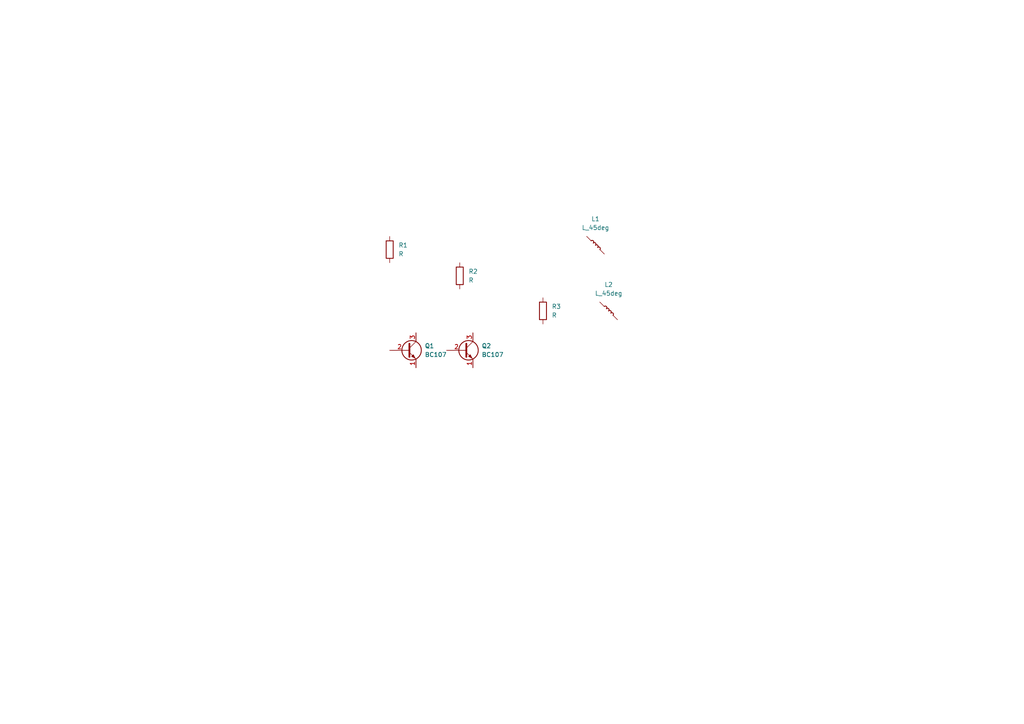
<source format=kicad_sch>
(kicad_sch (version 20231120) (generator "eeschema") (generator_version "8.0")
  (paper "A4")
  (lib_symbols
    (symbol "Device:L_45deg" (pin_numbers hide) (pin_names (offset 0))
      (property "Reference" "L" (at 5.08 2.54 0))
      (property "Value" "L_45deg" (at 8.255 0.635 0))
      (symbol "L_45deg_0_1"
        (polyline (pts (xy -1.27 1.27) (xy -2.54 2.54)))
        (polyline (pts (xy 2.54 -2.54) (xy 1.27 -1.27)))
      )
      (symbol "L_45deg_1_1"
        (arc (start -0.635 0.635) (mid -0.6462 1.2588) (end -1.27 1.27) (stroke (width 0.254)))
        (arc (start 0 0) (mid -0.0062 0.6288) (end -0.635 0.635) (stroke (width 0.254)))
        (arc (start 0.635 -0.635) (mid 0.6256 -0.0094) (end 0 0) (stroke (width 0.254)))
        (arc (start 1.27 -1.27) (mid 1.265 -0.6449) (end 0.635 -0.635) (stroke (width 0.254)))
        (pin passive line (at 2.54 -2.54 180) (length 0) (name "~") (number "1"))
        (pin passive line (at -2.54 2.54 0) (length 0) (name "~") (number "2"))
      )
    )
    (symbol "Device:R" (pin_numbers hide) (pin_names (offset 0))
      (property "Reference" "R" (at 2.032 0 90))
      (property "Value" "R" (at 0 0 90))
      (symbol "R_0_1"
        (rectangle (start -1.016 -2.54) (end 1.016 2.54) (stroke (width 0.254)))
      )
      (symbol "R_1_1"
        (pin passive line (at 0 3.81 270) (length 1.27) (name "~") (number "1"))
        (pin passive line (at 0 -3.81 90) (length 1.27) (name "~") (number "2"))
      )
    )
    (symbol "Transistor_BJT:BC107" (pin_names (offset 0) hide)
      (property "Reference" "Q" (at 5.08 1.905 0))
      (property "Value" "BC107" (at 5.08 0 0))
      (symbol "BC107_0_1"
        (polyline (pts (xy 0.635 0.635) (xy 2.54 2.54)))
        (polyline (pts (xy 0.635 -0.635) (xy 2.54 -2.54) (xy 2.54 -2.54)))
        (polyline (pts (xy 0.635 1.905) (xy 0.635 -1.905) (xy 0.635 -1.905)) (stroke (width 0.508)))
        (polyline (pts (xy 1.27 -1.778) (xy 1.778 -1.27) (xy 2.286 -2.286) (xy 1.27 -1.778) (xy 1.27 -1.778)) (fill (type outline)))
        (circle (center 1.27 0) (radius 2.8194) (stroke (width 0.254)))
      )
      (symbol "BC107_1_1"
        (pin passive line (at 2.54 -5.08 90) (length 2.54) (name "E") (number "1"))
        (pin input line (at -5.08 0 0) (length 5.715) (name "B") (number "2"))
        (pin passive line (at 2.54 5.08 270) (length 2.54) (name "C") (number "3"))
      )
    )
  )
  (symbol (lib_id "Transistor_BJT:BC107") (at 118.11 101.6 0) (unit 1)
    (property "Reference" "Q1" (at 123.19 100.3299 0) (effects (justify left)))
    (property "Value" "BC107" (at 123.19 102.8699 0) (effects (justify left)))
    (property "Footprint" "Package_TO_SOT_THT:TO-18-3" (effects (hide yes)))
    (property "Datasheet" "http://www.b-kainka.de/Daten/Transistor/BC108.pdf" (effects (hide yes)))
    (property "Description" "0.1A Ic, 50V Vce, Low Noise General Purpose NPN Transistor, TO-18" (effects (hide yes)))
  )
  (symbol (lib_id "Device:R") (at 113.03 72.39 0) (unit 1)
    (property "Reference" "R1" (at 115.57 71.1199 0) (effects (justify left)))
    (property "Value" "R" (at 115.57 73.6599 0) (effects (justify left)))
    (property "Description" "Resistor" (effects (hide yes)))
  )
  (symbol (lib_id "Device:L_45deg") (at 176.53 90.17 0) (unit 1)
    (property "Reference" "L2" (at 176.53 82.55 0))
    (property "Value" "L_45deg" (at 176.53 85.09 0))
    (property "Description" "Inductor, rotated by 45°" (effects (hide yes)))
  )
  (symbol (lib_id "Device:L_45deg") (at 172.72 71.12 0) (unit 1)
    (property "Reference" "L1" (at 172.72 63.5 0))
    (property "Value" "L_45deg" (at 172.72 66.04 0))
    (property "Description" "Inductor, rotated by 45°" (effects (hide yes)))
  )
  (symbol (lib_id "Transistor_BJT:BC107") (at 134.62 101.6 0) (unit 1)
    (property "Reference" "Q2" (at 139.7 100.3299 0) (effects (justify left)))
    (property "Value" "BC107" (at 139.7 102.8699 0) (effects (justify left)))
    (property "Footprint" "Package_TO_SOT_THT:TO-18-3" (effects (hide yes)))
    (property "Datasheet" "http://www.b-kainka.de/Daten/Transistor/BC108.pdf" (effects (hide yes)))
    (property "Description" "0.1A Ic, 50V Vce, Low Noise General Purpose NPN Transistor, TO-18" (effects (hide yes)))
  )
  (symbol (lib_id "Device:R") (at 157.48 90.17 0) (unit 1)
    (property "Reference" "R3" (at 160.02 88.8999 0) (effects (justify left)))
    (property "Value" "R" (at 160.02 91.4399 0) (effects (justify left)))
    (property "Description" "Resistor" (effects (hide yes)))
  )
  (symbol (lib_id "Device:R") (at 133.35 80.01 0) (unit 1)
    (property "Reference" "R2" (at 135.89 78.7399 0) (effects (justify left)))
    (property "Value" "R" (at 135.89 81.2799 0) (effects (justify left)))
    (property "Description" "Resistor" (effects (hide yes)))
  )
)
</source>
